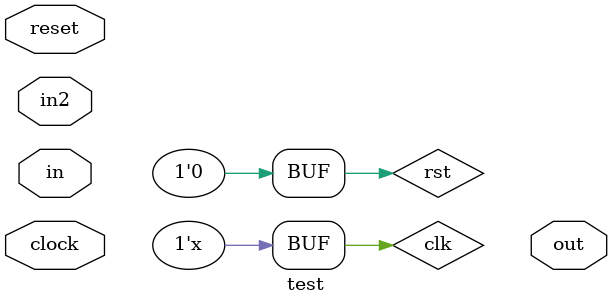
<source format=v>
`timescale 1ns / 1ns

module test(
input clock,
input reset,
input[7:0] in,
input[7:0] in2,
output reg[31:0] out
);

reg clk,rst;

reg enable;

wire[39:0] nout;
wire[39:0] dd;
//neuron n0('b10,'h80000005,0,0,0,0,0,0,1,1,0,0,0,0,0,0,1,nout);
//neuron32 #(.sizein(40),.sizew(8),.sizeout(40)) n0_0(1,dd,40'h0,1,2,3,4,5,6,7,8,9,10,11,12,13,14,15,16,17,18,19,20,21,22,23,24,25,26,27,28,29,30,31,0,1,2,3,4,5,6,7,8,9,10,11,12,13,14,15,16,17,18,19,20,21,22,23,24,25,26,27,28,29,30,31,2,nout);

/*
reg[7:0] rlayer;//the layer to be read
reg[7:0] rn;//the neuron to be read
reg[7:0] rin;//the input of a neuron
reg rmode;//0: read input, 1: read weight/bias
reg rs;//start
*/
reg[7:0] rnum;
reg[7:0] rsam;
wire[7:0] rlayer;//the layer to be read
wire[7:0] rn;//the neuron to be read
wire[7:0] rin;//the input of a neuron
wire rmode;//0: read input, 1: read weight/bias
wire rs;//start

parameter sizein=32;
parameter sizew=32;

wire[sizein-1:0] ram_in;
wire[sizein-1:0] ram_w;
wire rf;//finished

database #(.maxl(5),.sizein(sizein),.sizew(sizew)) db0(clk,rst,rnum,rsam,rlayer,rn,rin,rmode,rs,ram_in,ram_w,rf);

reg cstart;
wire[7:0] cresult;
wire cfinished;
wire[sizein-1:0] cdebug,cdebug1;

wire[sizein-1:0] prob0,prob1,prob2,prob3,out0,out1,out2,out3,out4,out5,out6,out7,out8,out9;
connect #(.maxl(5),.sizein(sizein),.sizew(sizew),.sizeout(sizein)) cnt0(clk,rst,cstart,rlayer,rn,rin,rmode,rs,ram_in,ram_w,rf,cresult,cfinished,cdebug,cdebug1,prob0,prob1,prob2,prob3,out0,out1,out2,out3,out4,out5,out6,out7,out8,out9);

reg[7:0] correct;
reg[7:0] state;

initial begin
	clk=0;
	rst=1;
	cstart=0;
	rnum=0;
	rsam=0;
	correct=0;
	state=0;
	//rlayer=2;
	//rn=1;
	//rin=3;
	//rs=0;
	//rmode=1;
	#4 rst=0;
	//#2 rs=1;
	//#4 rs=0;
	//#2 cstart=1;
	//#4 cstart=0;
	
end

always #1 begin
	clk<=~clk;
end


always@(posedge clk)begin
	if(rst)begin
	end
	else begin
		case(state)
		0:begin
			cstart<=1;
			state<=1;
		end
		1:begin
			cstart<=0;
			state<=2;
		end
		2:begin
			if(cfinished)begin
				if(cresult==rnum)begin
					correct<=correct+1;
				end
				if(rnum==9)begin
					if(rsam==9)begin
						state<=3;
					end
					else begin
						rsam<=rsam+1;
						state<=0;
					end
				end
				else begin
					if(rsam==9)begin
						rsam<=0;
						rnum<=rnum+1;
						state<=0;
					end
					else begin
						rsam<=rsam+1;
						state<=0;
					end
				end
			end
		end
		3:begin
		end
		endcase
	end
end

endmodule

</source>
